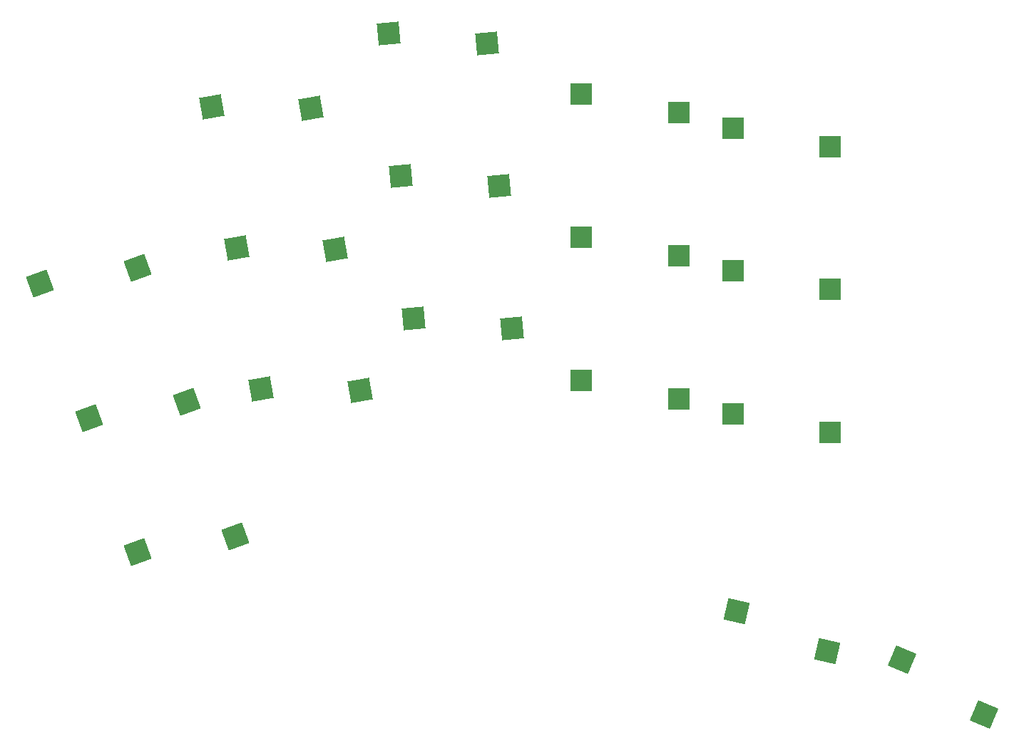
<source format=gbr>
%TF.GenerationSoftware,KiCad,Pcbnew,7.0.9*%
%TF.CreationDate,2023-12-28T22:45:01+01:00*%
%TF.ProjectId,pcb3,70636233-2e6b-4696-9361-645f70636258,v1.0.0*%
%TF.SameCoordinates,Original*%
%TF.FileFunction,Paste,Bot*%
%TF.FilePolarity,Positive*%
%FSLAX46Y46*%
G04 Gerber Fmt 4.6, Leading zero omitted, Abs format (unit mm)*
G04 Created by KiCad (PCBNEW 7.0.9) date 2023-12-28 22:45:01*
%MOMM*%
%LPD*%
G01*
G04 APERTURE LIST*
G04 Aperture macros list*
%AMRotRect*
0 Rectangle, with rotation*
0 The origin of the aperture is its center*
0 $1 length*
0 $2 width*
0 $3 Rotation angle, in degrees counterclockwise*
0 Add horizontal line*
21,1,$1,$2,0,0,$3*%
G04 Aperture macros list end*
%ADD10R,2.600000X2.600000*%
%ADD11RotRect,2.600000X2.600000X5.000000*%
%ADD12RotRect,2.600000X2.600000X20.000000*%
%ADD13RotRect,2.600000X2.600000X337.000000*%
%ADD14RotRect,2.600000X2.600000X10.000000*%
%ADD15RotRect,2.600000X2.600000X347.000000*%
G04 APERTURE END LIST*
D10*
%TO.C,S11*%
X139957188Y-63430688D03*
X151507188Y-65630688D03*
%TD*%
%TO.C,S14*%
X157957186Y-67464025D03*
X169507186Y-69664025D03*
%TD*%
D11*
%TO.C,S8*%
X118522023Y-56152549D03*
X130219814Y-57337528D03*
%TD*%
D12*
%TO.C,S2*%
X81468262Y-84911603D03*
X93074156Y-83028594D03*
%TD*%
D10*
%TO.C,S12*%
X139957191Y-46430688D03*
X151507191Y-48630688D03*
%TD*%
D13*
%TO.C,S17*%
X178005392Y-113656372D03*
X187777614Y-120194427D03*
%TD*%
D14*
%TO.C,S4*%
X101946133Y-81463476D03*
X113702688Y-81624416D03*
%TD*%
D11*
%TO.C,S9*%
X117040378Y-39217239D03*
X128738169Y-40402218D03*
%TD*%
D10*
%TO.C,S13*%
X157957193Y-84464035D03*
X169507193Y-86664035D03*
%TD*%
D12*
%TO.C,S1*%
X87282607Y-100886380D03*
X98888501Y-99003371D03*
%TD*%
D14*
%TO.C,S6*%
X96042095Y-47980012D03*
X107798650Y-48140952D03*
%TD*%
D15*
%TO.C,S16*%
X158379583Y-107879811D03*
X169138665Y-112621610D03*
%TD*%
D10*
%TO.C,S10*%
X139957192Y-80430695D03*
X151507192Y-82630695D03*
%TD*%
D12*
%TO.C,S3*%
X75653919Y-68936830D03*
X87259813Y-67053821D03*
%TD*%
D11*
%TO.C,S7*%
X120003676Y-73087860D03*
X131701467Y-74272839D03*
%TD*%
D10*
%TO.C,S15*%
X157957192Y-50464023D03*
X169507192Y-52664023D03*
%TD*%
D14*
%TO.C,S5*%
X98994111Y-64721744D03*
X110750666Y-64882684D03*
%TD*%
M02*

</source>
